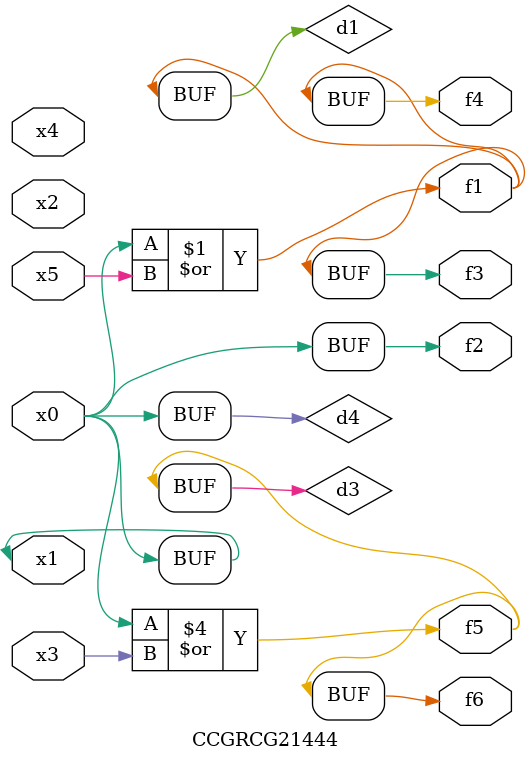
<source format=v>
module CCGRCG21444(
	input x0, x1, x2, x3, x4, x5,
	output f1, f2, f3, f4, f5, f6
);

	wire d1, d2, d3, d4;

	or (d1, x0, x5);
	xnor (d2, x1, x4);
	or (d3, x0, x3);
	buf (d4, x0, x1);
	assign f1 = d1;
	assign f2 = d4;
	assign f3 = d1;
	assign f4 = d1;
	assign f5 = d3;
	assign f6 = d3;
endmodule

</source>
